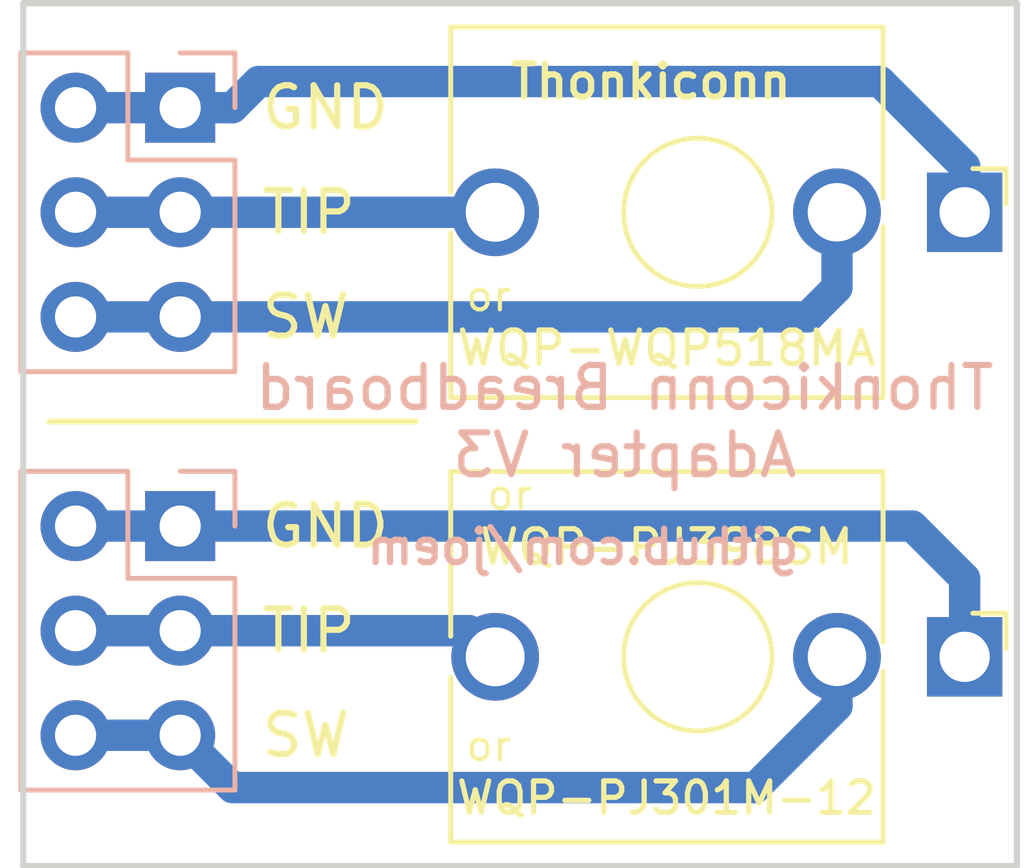
<source format=kicad_pcb>
(kicad_pcb (version 20171130) (host pcbnew "(5.1.2-1)-1")

  (general
    (thickness 1.6)
    (drawings 20)
    (tracks 24)
    (zones 0)
    (modules 4)
    (nets 7)
  )

  (page A4)
  (layers
    (0 Top signal)
    (31 Bottom signal)
    (34 B.Paste user hide)
    (35 F.Paste user hide)
    (36 B.SilkS user)
    (37 F.SilkS user)
    (38 B.Mask user)
    (39 F.Mask user)
    (40 Dwgs.User user hide)
    (41 Cmts.User user hide)
    (42 Eco1.User user hide)
    (43 Eco2.User user hide)
    (44 Edge.Cuts user)
    (45 Margin user hide)
    (46 B.CrtYd user hide)
    (47 F.CrtYd user hide)
  )

  (setup
    (last_trace_width 0.1524)
    (trace_clearance 0.1524)
    (zone_clearance 0.508)
    (zone_45_only no)
    (trace_min 0.1524)
    (via_size 0.508)
    (via_drill 0.254)
    (via_min_size 0.508)
    (via_min_drill 0.254)
    (uvia_size 0.508)
    (uvia_drill 0.254)
    (uvias_allowed no)
    (uvia_min_size 0.2)
    (uvia_min_drill 0.1)
    (edge_width 0.15)
    (segment_width 0.2)
    (pcb_text_width 0.3)
    (pcb_text_size 1.5 1.5)
    (mod_edge_width 0.15)
    (mod_text_size 1 1)
    (mod_text_width 0.15)
    (pad_size 1.524 1.524)
    (pad_drill 0.762)
    (pad_to_mask_clearance 0.0508)
    (aux_axis_origin 0 0)
    (visible_elements FFFFFF7F)
    (pcbplotparams
      (layerselection 0x010f0_ffffffff)
      (usegerberextensions true)
      (usegerberattributes false)
      (usegerberadvancedattributes false)
      (creategerberjobfile false)
      (excludeedgelayer true)
      (linewidth 0.100000)
      (plotframeref false)
      (viasonmask false)
      (mode 1)
      (useauxorigin false)
      (hpglpennumber 1)
      (hpglpenspeed 20)
      (hpglpendiameter 15.000000)
      (psnegative false)
      (psa4output false)
      (plotreference true)
      (plotvalue true)
      (plotinvisibletext false)
      (padsonsilk false)
      (subtractmaskfromsilk false)
      (outputformat 1)
      (mirror false)
      (drillshape 0)
      (scaleselection 1)
      (outputdirectory "gerbers/"))
  )

  (net 0 "")
  (net 1 "Net-(J1-PadT)")
  (net 2 "Net-(J1-PadS)")
  (net 3 "Net-(J1-PadTN)")
  (net 4 "Net-(J2-PadT)")
  (net 5 "Net-(J2-PadS)")
  (net 6 "Net-(J2-PadTN)")

  (net_class Default "This is the default net class."
    (clearance 0.1524)
    (trace_width 0.1524)
    (via_dia 0.508)
    (via_drill 0.254)
    (uvia_dia 0.508)
    (uvia_drill 0.254)
    (diff_pair_width 0.1524)
    (diff_pair_gap 0.1524)
    (add_net "Net-(J1-PadS)")
    (add_net "Net-(J1-PadT)")
    (add_net "Net-(J1-PadTN)")
    (add_net "Net-(J2-PadS)")
    (add_net "Net-(J2-PadT)")
    (add_net "Net-(J2-PadTN)")
  )

  (module Connector_Audio:Jack_3.5mm_QingPu_WQP-PJ398SM_Vertical_CircularHoles (layer Top) (tedit 5E8E964F) (tstamp 5CA9C368)
    (at 160.655 81.915 270)
    (descr "TRS 3.5mm, vertical, Thonkiconn, PCB mount, (http://www.qingpu-electronics.com/en/products/WQP-PJ398SM-362.html)")
    (tags "WQP-PJ398SM WQP-PJ301M-12 TRS 3.5mm mono vertical jack thonkiconn qingpu")
    (path /5CBF405F)
    (fp_text reference J2 (at -4.03 1.08 90) (layer F.SilkS) hide
      (effects (font (size 1 1) (thickness 0.15)))
    )
    (fp_text value AudioJack2_SwitchT (at 0 5 90) (layer F.Fab)
      (effects (font (size 1 1) (thickness 0.15)))
    )
    (fp_line (start 0 0) (end 0 2.03) (layer F.Fab) (width 0.1))
    (fp_circle (center 0 6.48) (end 1.8 6.48) (layer F.Fab) (width 0.1))
    (fp_line (start 4.5 2.03) (end -4.5 2.03) (layer F.Fab) (width 0.1))
    (fp_line (start 5 -1.42) (end -5 -1.42) (layer F.CrtYd) (width 0.05))
    (fp_line (start 5 12.98) (end -5 12.98) (layer F.CrtYd) (width 0.05))
    (fp_line (start 5 12.98) (end 5 -1.42) (layer F.CrtYd) (width 0.05))
    (fp_line (start 4.5 12.48) (end -4.5 12.48) (layer F.Fab) (width 0.1))
    (fp_line (start 4.5 12.48) (end 4.5 2.08) (layer F.Fab) (width 0.1))
    (fp_line (start -1.06 -1) (end -0.2 -1) (layer F.SilkS) (width 0.12))
    (fp_line (start -1.06 -1) (end -1.06 -0.2) (layer F.SilkS) (width 0.12))
    (fp_circle (center 0 6.48) (end 1.8 6.48) (layer F.SilkS) (width 0.12))
    (fp_line (start -0.35 1.98) (end -4.5 1.98) (layer F.SilkS) (width 0.12))
    (fp_line (start 4.5 1.98) (end 0.35 1.98) (layer F.SilkS) (width 0.12))
    (fp_line (start -0.5 12.48) (end -4.5 12.48) (layer F.SilkS) (width 0.12))
    (fp_line (start 4.5 12.48) (end 0.5 12.48) (layer F.SilkS) (width 0.12))
    (fp_line (start -1.41 6.02) (end -0.46 5.07) (layer Dwgs.User) (width 0.12))
    (fp_line (start -1.42 6.875) (end 0.4 5.06) (layer Dwgs.User) (width 0.12))
    (fp_line (start -1.07 7.49) (end 1.01 5.41) (layer Dwgs.User) (width 0.12))
    (fp_line (start -0.58 7.83) (end 1.36 5.89) (layer Dwgs.User) (width 0.12))
    (fp_line (start 0.09 7.96) (end 1.48 6.57) (layer Dwgs.User) (width 0.12))
    (fp_circle (center 0 6.48) (end 1.5 6.48) (layer Dwgs.User) (width 0.12))
    (fp_line (start 4.5 1.98) (end 4.5 12.48) (layer F.SilkS) (width 0.12))
    (fp_line (start -4.5 1.98) (end -4.5 12.48) (layer F.SilkS) (width 0.12))
    (fp_text user %R (at 0 8 90) (layer F.Fab)
      (effects (font (size 1 1) (thickness 0.15)))
    )
    (fp_line (start -4.5 12.48) (end -4.5 2.08) (layer F.Fab) (width 0.1))
    (fp_line (start -5 12.98) (end -5 -1.42) (layer F.CrtYd) (width 0.05))
    (fp_text user KEEPOUT (at 0 6.48 270) (layer Cmts.User)
      (effects (font (size 0.4 0.4) (thickness 0.051)))
    )
    (pad T thru_hole circle (at 0 11.4 90) (size 2.13 2.13) (drill 1.43) (layers *.Cu *.Mask)
      (net 4 "Net-(J2-PadT)"))
    (pad S thru_hole rect (at 0 0 90) (size 1.93 1.83) (drill 1.22) (layers *.Cu *.Mask)
      (net 5 "Net-(J2-PadS)"))
    (pad TN thru_hole circle (at 0 3.1 90) (size 2.13 2.13) (drill 1.42) (layers *.Cu *.Mask)
      (net 6 "Net-(J2-PadTN)"))
    (model ${KISYS3DMOD}/Connector_Audio.3dshapes/Jack_3.5mm_QingPu_WQP-PJ398SM_Vertical.wrl
      (at (xyz 0 0 0))
      (scale (xyz 1 1 1))
      (rotate (xyz 0 0 0))
    )
    (model ${KICAD_USER_3DMODEL_DIR}/HSBallina--step/PJ398SM_S_pin_centered.step
      (at (xyz 0 0 0))
      (scale (xyz 1 1 1))
      (rotate (xyz 0 0 0))
    )
  )

  (module Connector_Audio:Jack_3.5mm_QingPu_WQP-PJ398SM_Vertical_CircularHoles (layer Top) (tedit 5E8E964F) (tstamp 5CA9C346)
    (at 160.655 71.12 270)
    (descr "TRS 3.5mm, vertical, Thonkiconn, PCB mount, (http://www.qingpu-electronics.com/en/products/WQP-PJ398SM-362.html)")
    (tags "WQP-PJ398SM WQP-PJ301M-12 TRS 3.5mm mono vertical jack thonkiconn qingpu")
    (path /5CBF4053)
    (fp_text reference J1 (at -4.03 1.08 90) (layer F.SilkS) hide
      (effects (font (size 1 1) (thickness 0.15)))
    )
    (fp_text value AudioJack2_SwitchT (at 0 5 90) (layer F.Fab)
      (effects (font (size 1 1) (thickness 0.15)))
    )
    (fp_line (start 0 0) (end 0 2.03) (layer F.Fab) (width 0.1))
    (fp_circle (center 0 6.48) (end 1.8 6.48) (layer F.Fab) (width 0.1))
    (fp_line (start 4.5 2.03) (end -4.5 2.03) (layer F.Fab) (width 0.1))
    (fp_line (start 5 -1.42) (end -5 -1.42) (layer F.CrtYd) (width 0.05))
    (fp_line (start 5 12.98) (end -5 12.98) (layer F.CrtYd) (width 0.05))
    (fp_line (start 5 12.98) (end 5 -1.42) (layer F.CrtYd) (width 0.05))
    (fp_line (start 4.5 12.48) (end -4.5 12.48) (layer F.Fab) (width 0.1))
    (fp_line (start 4.5 12.48) (end 4.5 2.08) (layer F.Fab) (width 0.1))
    (fp_line (start -1.06 -1) (end -0.2 -1) (layer F.SilkS) (width 0.12))
    (fp_line (start -1.06 -1) (end -1.06 -0.2) (layer F.SilkS) (width 0.12))
    (fp_circle (center 0 6.48) (end 1.8 6.48) (layer F.SilkS) (width 0.12))
    (fp_line (start -0.35 1.98) (end -4.5 1.98) (layer F.SilkS) (width 0.12))
    (fp_line (start 4.5 1.98) (end 0.35 1.98) (layer F.SilkS) (width 0.12))
    (fp_line (start -0.5 12.48) (end -4.5 12.48) (layer F.SilkS) (width 0.12))
    (fp_line (start 4.5 12.48) (end 0.5 12.48) (layer F.SilkS) (width 0.12))
    (fp_line (start -1.41 6.02) (end -0.46 5.07) (layer Dwgs.User) (width 0.12))
    (fp_line (start -1.42 6.875) (end 0.4 5.06) (layer Dwgs.User) (width 0.12))
    (fp_line (start -1.07 7.49) (end 1.01 5.41) (layer Dwgs.User) (width 0.12))
    (fp_line (start -0.58 7.83) (end 1.36 5.89) (layer Dwgs.User) (width 0.12))
    (fp_line (start 0.09 7.96) (end 1.48 6.57) (layer Dwgs.User) (width 0.12))
    (fp_circle (center 0 6.48) (end 1.5 6.48) (layer Dwgs.User) (width 0.12))
    (fp_line (start 4.5 1.98) (end 4.5 12.48) (layer F.SilkS) (width 0.12))
    (fp_line (start -4.5 1.98) (end -4.5 12.48) (layer F.SilkS) (width 0.12))
    (fp_text user %R (at 0 8 90) (layer F.Fab)
      (effects (font (size 1 1) (thickness 0.15)))
    )
    (fp_line (start -4.5 12.48) (end -4.5 2.08) (layer F.Fab) (width 0.1))
    (fp_line (start -5 12.98) (end -5 -1.42) (layer F.CrtYd) (width 0.05))
    (fp_text user KEEPOUT (at 0 6.48 270) (layer Cmts.User)
      (effects (font (size 0.4 0.4) (thickness 0.051)))
    )
    (pad T thru_hole circle (at 0 11.4 90) (size 2.13 2.13) (drill 1.43) (layers *.Cu *.Mask)
      (net 1 "Net-(J1-PadT)"))
    (pad S thru_hole rect (at 0 0 90) (size 1.93 1.83) (drill 1.22) (layers *.Cu *.Mask)
      (net 2 "Net-(J1-PadS)"))
    (pad TN thru_hole circle (at 0 3.1 90) (size 2.13 2.13) (drill 1.42) (layers *.Cu *.Mask)
      (net 3 "Net-(J1-PadTN)"))
    (model ${KISYS3DMOD}/Connector_Audio.3dshapes/Jack_3.5mm_QingPu_WQP-PJ398SM_Vertical.wrl
      (at (xyz 0 0 0))
      (scale (xyz 1 1 1))
      (rotate (xyz 0 0 0))
    )
    (model ${KICAD_USER_3DMODEL_DIR}/HSBallina--step/PJ398SM_S_pin_centered.step
      (at (xyz 0 0 0))
      (scale (xyz 1 1 1))
      (rotate (xyz 0 0 0))
    )
  )

  (module Connector_PinHeader_2.54mm:PinHeader_2x03_P2.54mm_Vertical (layer Bottom) (tedit 59FED5CC) (tstamp 5CA9C3A0)
    (at 141.605 78.74 180)
    (descr "Through hole straight pin header, 2x03, 2.54mm pitch, double rows")
    (tags "Through hole pin header THT 2x03 2.54mm double row")
    (path /5CBF4065)
    (fp_text reference J4 (at 1.27 2.33 180) (layer B.SilkS) hide
      (effects (font (size 1 1) (thickness 0.15)) (justify mirror))
    )
    (fp_text value Conn_02x03_Odd_Even (at 1.27 -7.41 180) (layer B.Fab)
      (effects (font (size 1 1) (thickness 0.15)) (justify mirror))
    )
    (fp_text user %R (at 1.27 -2.54 90) (layer B.Fab)
      (effects (font (size 1 1) (thickness 0.15)) (justify mirror))
    )
    (fp_line (start 4.35 1.8) (end -1.8 1.8) (layer B.CrtYd) (width 0.05))
    (fp_line (start 4.35 -6.85) (end 4.35 1.8) (layer B.CrtYd) (width 0.05))
    (fp_line (start -1.8 -6.85) (end 4.35 -6.85) (layer B.CrtYd) (width 0.05))
    (fp_line (start -1.8 1.8) (end -1.8 -6.85) (layer B.CrtYd) (width 0.05))
    (fp_line (start -1.33 1.33) (end 0 1.33) (layer B.SilkS) (width 0.12))
    (fp_line (start -1.33 0) (end -1.33 1.33) (layer B.SilkS) (width 0.12))
    (fp_line (start 1.27 1.33) (end 3.87 1.33) (layer B.SilkS) (width 0.12))
    (fp_line (start 1.27 -1.27) (end 1.27 1.33) (layer B.SilkS) (width 0.12))
    (fp_line (start -1.33 -1.27) (end 1.27 -1.27) (layer B.SilkS) (width 0.12))
    (fp_line (start 3.87 1.33) (end 3.87 -6.41) (layer B.SilkS) (width 0.12))
    (fp_line (start -1.33 -1.27) (end -1.33 -6.41) (layer B.SilkS) (width 0.12))
    (fp_line (start -1.33 -6.41) (end 3.87 -6.41) (layer B.SilkS) (width 0.12))
    (fp_line (start -1.27 0) (end 0 1.27) (layer B.Fab) (width 0.1))
    (fp_line (start -1.27 -6.35) (end -1.27 0) (layer B.Fab) (width 0.1))
    (fp_line (start 3.81 -6.35) (end -1.27 -6.35) (layer B.Fab) (width 0.1))
    (fp_line (start 3.81 1.27) (end 3.81 -6.35) (layer B.Fab) (width 0.1))
    (fp_line (start 0 1.27) (end 3.81 1.27) (layer B.Fab) (width 0.1))
    (pad 6 thru_hole oval (at 2.54 -5.08 180) (size 1.7 1.7) (drill 1) (layers *.Cu *.Mask)
      (net 6 "Net-(J2-PadTN)"))
    (pad 5 thru_hole oval (at 0 -5.08 180) (size 1.7 1.7) (drill 1) (layers *.Cu *.Mask)
      (net 6 "Net-(J2-PadTN)"))
    (pad 4 thru_hole oval (at 2.54 -2.54 180) (size 1.7 1.7) (drill 1) (layers *.Cu *.Mask)
      (net 4 "Net-(J2-PadT)"))
    (pad 3 thru_hole oval (at 0 -2.54 180) (size 1.7 1.7) (drill 1) (layers *.Cu *.Mask)
      (net 4 "Net-(J2-PadT)"))
    (pad 2 thru_hole oval (at 2.54 0 180) (size 1.7 1.7) (drill 1) (layers *.Cu *.Mask)
      (net 5 "Net-(J2-PadS)"))
    (pad 1 thru_hole rect (at 0 0 180) (size 1.7 1.7) (drill 1) (layers *.Cu *.Mask)
      (net 5 "Net-(J2-PadS)"))
    (model ${KISYS3DMOD}/Connector_PinHeader_2.54mm.3dshapes/PinHeader_2x03_P2.54mm_Vertical.wrl
      (at (xyz 0 0 0))
      (scale (xyz 1 1 1))
      (rotate (xyz 0 0 0))
    )
  )

  (module Connector_PinHeader_2.54mm:PinHeader_2x03_P2.54mm_Vertical (layer Bottom) (tedit 59FED5CC) (tstamp 5CA9C384)
    (at 141.605 68.58 180)
    (descr "Through hole straight pin header, 2x03, 2.54mm pitch, double rows")
    (tags "Through hole pin header THT 2x03 2.54mm double row")
    (path /5CBF4059)
    (fp_text reference J3 (at 1.27 2.33 180) (layer B.SilkS) hide
      (effects (font (size 1 1) (thickness 0.15)) (justify mirror))
    )
    (fp_text value Conn_02x03_Odd_Even (at 1.27 -7.41 180) (layer B.Fab)
      (effects (font (size 1 1) (thickness 0.15)) (justify mirror))
    )
    (fp_text user %R (at 1.27 -2.54 90) (layer B.Fab)
      (effects (font (size 1 1) (thickness 0.15)) (justify mirror))
    )
    (fp_line (start 4.35 1.8) (end -1.8 1.8) (layer B.CrtYd) (width 0.05))
    (fp_line (start 4.35 -6.85) (end 4.35 1.8) (layer B.CrtYd) (width 0.05))
    (fp_line (start -1.8 -6.85) (end 4.35 -6.85) (layer B.CrtYd) (width 0.05))
    (fp_line (start -1.8 1.8) (end -1.8 -6.85) (layer B.CrtYd) (width 0.05))
    (fp_line (start -1.33 1.33) (end 0 1.33) (layer B.SilkS) (width 0.12))
    (fp_line (start -1.33 0) (end -1.33 1.33) (layer B.SilkS) (width 0.12))
    (fp_line (start 1.27 1.33) (end 3.87 1.33) (layer B.SilkS) (width 0.12))
    (fp_line (start 1.27 -1.27) (end 1.27 1.33) (layer B.SilkS) (width 0.12))
    (fp_line (start -1.33 -1.27) (end 1.27 -1.27) (layer B.SilkS) (width 0.12))
    (fp_line (start 3.87 1.33) (end 3.87 -6.41) (layer B.SilkS) (width 0.12))
    (fp_line (start -1.33 -1.27) (end -1.33 -6.41) (layer B.SilkS) (width 0.12))
    (fp_line (start -1.33 -6.41) (end 3.87 -6.41) (layer B.SilkS) (width 0.12))
    (fp_line (start -1.27 0) (end 0 1.27) (layer B.Fab) (width 0.1))
    (fp_line (start -1.27 -6.35) (end -1.27 0) (layer B.Fab) (width 0.1))
    (fp_line (start 3.81 -6.35) (end -1.27 -6.35) (layer B.Fab) (width 0.1))
    (fp_line (start 3.81 1.27) (end 3.81 -6.35) (layer B.Fab) (width 0.1))
    (fp_line (start 0 1.27) (end 3.81 1.27) (layer B.Fab) (width 0.1))
    (pad 6 thru_hole oval (at 2.54 -5.08 180) (size 1.7 1.7) (drill 1) (layers *.Cu *.Mask)
      (net 3 "Net-(J1-PadTN)"))
    (pad 5 thru_hole oval (at 0 -5.08 180) (size 1.7 1.7) (drill 1) (layers *.Cu *.Mask)
      (net 3 "Net-(J1-PadTN)"))
    (pad 4 thru_hole oval (at 2.54 -2.54 180) (size 1.7 1.7) (drill 1) (layers *.Cu *.Mask)
      (net 1 "Net-(J1-PadT)"))
    (pad 3 thru_hole oval (at 0 -2.54 180) (size 1.7 1.7) (drill 1) (layers *.Cu *.Mask)
      (net 1 "Net-(J1-PadT)"))
    (pad 2 thru_hole oval (at 2.54 0 180) (size 1.7 1.7) (drill 1) (layers *.Cu *.Mask)
      (net 2 "Net-(J1-PadS)"))
    (pad 1 thru_hole rect (at 0 0 180) (size 1.7 1.7) (drill 1) (layers *.Cu *.Mask)
      (net 2 "Net-(J1-PadS)"))
    (model ${KISYS3DMOD}/Connector_PinHeader_2.54mm.3dshapes/PinHeader_2x03_P2.54mm_Vertical.wrl
      (at (xyz 0 0 0))
      (scale (xyz 1 1 1))
      (rotate (xyz 0 0 0))
    )
  )

  (gr_text github.com/joem (at 151.384 79.248) (layer B.SilkS)
    (effects (font (size 0.8128 0.8128) (thickness 0.1524)) (justify mirror))
  )
  (gr_text or (at 149.098 84.074) (layer F.SilkS) (tstamp 5E9FBAFE)
    (effects (font (size 0.7112 0.7112) (thickness 0.1016)))
  )
  (gr_text or (at 149.606 77.978) (layer F.SilkS) (tstamp 5E9FBAB7)
    (effects (font (size 0.7112 0.7112) (thickness 0.1016)))
  )
  (gr_text or (at 149.098 73.152) (layer F.SilkS)
    (effects (font (size 0.7112 0.7112) (thickness 0.1016)))
  )
  (gr_text WQP-PJ301M-12 (at 153.416 85.344) (layer F.SilkS) (tstamp 5E9FBA48)
    (effects (font (size 0.762 0.762) (thickness 0.127)))
  )
  (gr_text WQP-PJ398SM (at 153.416 79.248) (layer F.SilkS) (tstamp 5E9FBA48)
    (effects (font (size 0.8128 0.8128) (thickness 0.127)))
  )
  (gr_text WQP-WQP518MA (at 153.416 74.422) (layer F.SilkS)
    (effects (font (size 0.8128 0.8128) (thickness 0.127)))
  )
  (gr_text Thonkiconn (at 153.035 67.945) (layer F.SilkS)
    (effects (font (size 0.8128 0.8128) (thickness 0.1524)))
  )
  (gr_line (start 138.43 76.2) (end 147.32 76.2) (layer F.SilkS) (width 0.15))
  (gr_text "Thonkiconn Breadboard\nAdapter V3" (at 152.4 76.2) (layer B.SilkS)
    (effects (font (size 1.016 1.016) (thickness 0.1524)) (justify mirror))
  )
  (gr_line (start 137.795 86.995) (end 161.925 86.995) (layer Edge.Cuts) (width 0.15) (tstamp 5CA9CB85))
  (gr_line (start 137.795 66.04) (end 137.795 86.995) (layer Edge.Cuts) (width 0.15))
  (gr_line (start 161.925 66.04) (end 137.795 66.04) (layer Edge.Cuts) (width 0.15))
  (gr_line (start 161.925 86.995) (end 161.925 66.04) (layer Edge.Cuts) (width 0.15))
  (gr_text SW (at 143.51 83.82) (layer F.SilkS)
    (effects (font (size 1 1) (thickness 0.15)) (justify left))
  )
  (gr_text TIP (at 143.51 81.28) (layer F.SilkS) (tstamp 5CA9CA07)
    (effects (font (size 1 1) (thickness 0.15)) (justify left))
  )
  (gr_text GND (at 143.51 78.74) (layer F.SilkS) (tstamp 5CA9CA04)
    (effects (font (size 1 1) (thickness 0.15)) (justify left))
  )
  (gr_text SW (at 143.51 73.66) (layer F.SilkS)
    (effects (font (size 1 1) (thickness 0.15)) (justify left))
  )
  (gr_text TIP (at 143.51 71.12) (layer F.SilkS)
    (effects (font (size 1 1) (thickness 0.15)) (justify left))
  )
  (gr_text GND (at 143.51 68.58) (layer F.SilkS)
    (effects (font (size 1 1) (thickness 0.15)) (justify left))
  )

  (segment (start 141.605 71.12) (end 149.255 71.12) (width 0.762) (layer Bottom) (net 1))
  (segment (start 139.065 71.12) (end 141.605 71.12) (width 0.762) (layer Bottom) (net 1))
  (segment (start 160.655 70.0026) (end 158.5974 67.945) (width 0.762) (layer Bottom) (net 2))
  (segment (start 160.655 71.12) (end 160.655 70.0026) (width 0.762) (layer Bottom) (net 2))
  (segment (start 158.5974 67.945) (end 143.51 67.945) (width 0.762) (layer Bottom) (net 2))
  (segment (start 142.875 68.58) (end 141.605 68.58) (width 0.762) (layer Bottom) (net 2))
  (segment (start 143.51 67.945) (end 142.875 68.58) (width 0.762) (layer Bottom) (net 2))
  (segment (start 139.065 68.58) (end 141.605 68.58) (width 0.762) (layer Bottom) (net 2))
  (segment (start 157.555 71.12) (end 157.555 72.95) (width 0.762) (layer Bottom) (net 3))
  (segment (start 156.845 73.66) (end 141.605 73.66) (width 0.762) (layer Bottom) (net 3))
  (segment (start 157.555 72.95) (end 156.845 73.66) (width 0.762) (layer Bottom) (net 3))
  (segment (start 139.065 73.66) (end 141.605 73.66) (width 0.762) (layer Bottom) (net 3))
  (segment (start 148.62 81.28) (end 149.255 81.915) (width 0.762) (layer Bottom) (net 4))
  (segment (start 141.605 81.28) (end 148.62 81.28) (width 0.762) (layer Bottom) (net 4))
  (segment (start 139.065 81.28) (end 141.605 81.28) (width 0.762) (layer Bottom) (net 4))
  (segment (start 159.385 78.74) (end 141.605 78.74) (width 0.762) (layer Bottom) (net 5))
  (segment (start 160.655 80.01) (end 159.385 78.74) (width 0.762) (layer Bottom) (net 5))
  (segment (start 160.655 81.915) (end 160.655 80.01) (width 0.762) (layer Bottom) (net 5))
  (segment (start 139.065 78.74) (end 141.605 78.74) (width 0.762) (layer Bottom) (net 5))
  (segment (start 157.555 81.915) (end 157.555 83.11) (width 0.762) (layer Bottom) (net 6))
  (segment (start 157.555 83.11) (end 155.575 85.09) (width 0.762) (layer Bottom) (net 6))
  (segment (start 155.575 85.09) (end 142.875 85.09) (width 0.762) (layer Bottom) (net 6))
  (segment (start 142.875 85.09) (end 141.605 83.82) (width 0.762) (layer Bottom) (net 6))
  (segment (start 139.065 83.82) (end 141.605 83.82) (width 0.762) (layer Bottom) (net 6))

)

</source>
